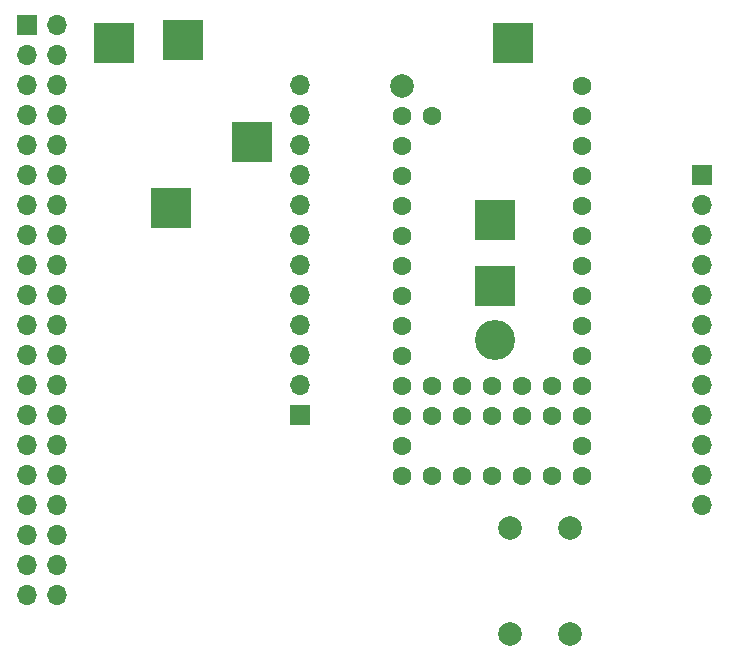
<source format=gbr>
%TF.GenerationSoftware,KiCad,Pcbnew,5.1.9-73d0e3b20d~88~ubuntu20.04.1*%
%TF.CreationDate,2021-04-22T17:01:53+00:00*%
%TF.ProjectId,RPHat,52504861-742e-46b6-9963-61645f706362,rev?*%
%TF.SameCoordinates,Original*%
%TF.FileFunction,Soldermask,Top*%
%TF.FilePolarity,Negative*%
%FSLAX46Y46*%
G04 Gerber Fmt 4.6, Leading zero omitted, Abs format (unit mm)*
G04 Created by KiCad (PCBNEW 5.1.9-73d0e3b20d~88~ubuntu20.04.1) date 2021-04-22 17:01:53*
%MOMM*%
%LPD*%
G01*
G04 APERTURE LIST*
%ADD10C,3.400000*%
%ADD11R,3.400000X3.400000*%
%ADD12C,1.600000*%
%ADD13C,2.000000*%
%ADD14O,1.700000X1.700000*%
%ADD15R,1.700000X1.700000*%
G04 APERTURE END LIST*
D10*
%TO.C,REF\u002A\u002A*%
X129794000Y-74930000D03*
%TD*%
D11*
%TO.C,REF\u002A\u002A*%
X129794000Y-70358000D03*
%TD*%
%TO.C,REF\u002A\u002A*%
X131318000Y-49784000D03*
%TD*%
%TO.C,REF\u002A\u002A*%
X129794000Y-64770000D03*
%TD*%
%TO.C,REF\u002A\u002A*%
X102362000Y-63754000D03*
%TD*%
%TO.C,REF\u002A\u002A*%
X109220000Y-58166000D03*
%TD*%
%TO.C,REF\u002A\u002A*%
X97536000Y-49784000D03*
%TD*%
D12*
%TO.C,U1*%
X134620000Y-78765400D03*
X134620000Y-81305400D03*
X132080000Y-78765400D03*
X132080000Y-81305400D03*
X129540000Y-78765400D03*
X129540000Y-81305400D03*
X127000000Y-78765400D03*
X127000000Y-81305400D03*
X124460000Y-78765400D03*
X124460000Y-81305400D03*
X137160000Y-53365400D03*
X137160000Y-55905400D03*
X137160000Y-58445400D03*
X137160000Y-60985400D03*
X137160000Y-63525400D03*
X137160000Y-66065400D03*
X137160000Y-68605400D03*
X137160000Y-71145400D03*
X137160000Y-73685400D03*
X137160000Y-76225400D03*
X137160000Y-78765400D03*
X137160000Y-81305400D03*
X137160000Y-83845400D03*
X124460000Y-55905400D03*
D13*
X121920000Y-53365400D03*
D12*
X121920000Y-55905400D03*
X121920000Y-58445400D03*
X121920000Y-60985400D03*
X121920000Y-63525400D03*
X121920000Y-66065400D03*
X121920000Y-68605400D03*
X121920000Y-71145400D03*
X121920000Y-73685400D03*
X121920000Y-76225400D03*
X121920000Y-78765400D03*
X121920000Y-81305400D03*
X121920000Y-83845400D03*
X137160000Y-86385400D03*
X134620000Y-86385400D03*
X132080000Y-86385400D03*
X121920000Y-86385400D03*
X124460000Y-86385400D03*
X127000000Y-86385400D03*
X129540000Y-86385400D03*
%TD*%
D14*
%TO.C,J1*%
X92760800Y-96520000D03*
X90220800Y-96520000D03*
X92760800Y-93980000D03*
X90220800Y-93980000D03*
X92760800Y-91440000D03*
X90220800Y-91440000D03*
X92760800Y-88900000D03*
X90220800Y-88900000D03*
X92760800Y-86360000D03*
X90220800Y-86360000D03*
X92760800Y-83820000D03*
X90220800Y-83820000D03*
X92760800Y-81280000D03*
X90220800Y-81280000D03*
X92760800Y-78740000D03*
X90220800Y-78740000D03*
X92760800Y-76200000D03*
X90220800Y-76200000D03*
X92760800Y-73660000D03*
X90220800Y-73660000D03*
X92760800Y-71120000D03*
X90220800Y-71120000D03*
X92760800Y-68580000D03*
X90220800Y-68580000D03*
X92760800Y-66040000D03*
X90220800Y-66040000D03*
X92760800Y-63500000D03*
X90220800Y-63500000D03*
X92760800Y-60960000D03*
X90220800Y-60960000D03*
X92760800Y-58420000D03*
X90220800Y-58420000D03*
X92760800Y-55880000D03*
X90220800Y-55880000D03*
X92760800Y-53340000D03*
X90220800Y-53340000D03*
X92760800Y-50800000D03*
X90220800Y-50800000D03*
X92760800Y-48260000D03*
D15*
X90220800Y-48260000D03*
%TD*%
%TO.C,J3*%
X113284000Y-81280000D03*
D14*
X113284000Y-78740000D03*
X113284000Y-76200000D03*
X113284000Y-73660000D03*
X113284000Y-71120000D03*
X113284000Y-68580000D03*
X113284000Y-66040000D03*
X113284000Y-63500000D03*
X113284000Y-60960000D03*
X113284000Y-58420000D03*
X113284000Y-55880000D03*
X113284000Y-53340000D03*
%TD*%
D11*
%TO.C,REF\u002A\u002A*%
X103378000Y-49530000D03*
%TD*%
D14*
%TO.C,J2*%
X147320000Y-88900000D03*
X147320000Y-86360000D03*
X147320000Y-83820000D03*
X147320000Y-81280000D03*
X147320000Y-78740000D03*
X147320000Y-76200000D03*
X147320000Y-73660000D03*
X147320000Y-71120000D03*
X147320000Y-68580000D03*
X147320000Y-66040000D03*
X147320000Y-63500000D03*
D15*
X147320000Y-60960000D03*
%TD*%
D13*
%TO.C,R2*%
X136144000Y-99822000D03*
X136144000Y-90822000D03*
%TD*%
%TO.C,R1*%
X131064000Y-99822000D03*
X131064000Y-90822000D03*
%TD*%
M02*

</source>
